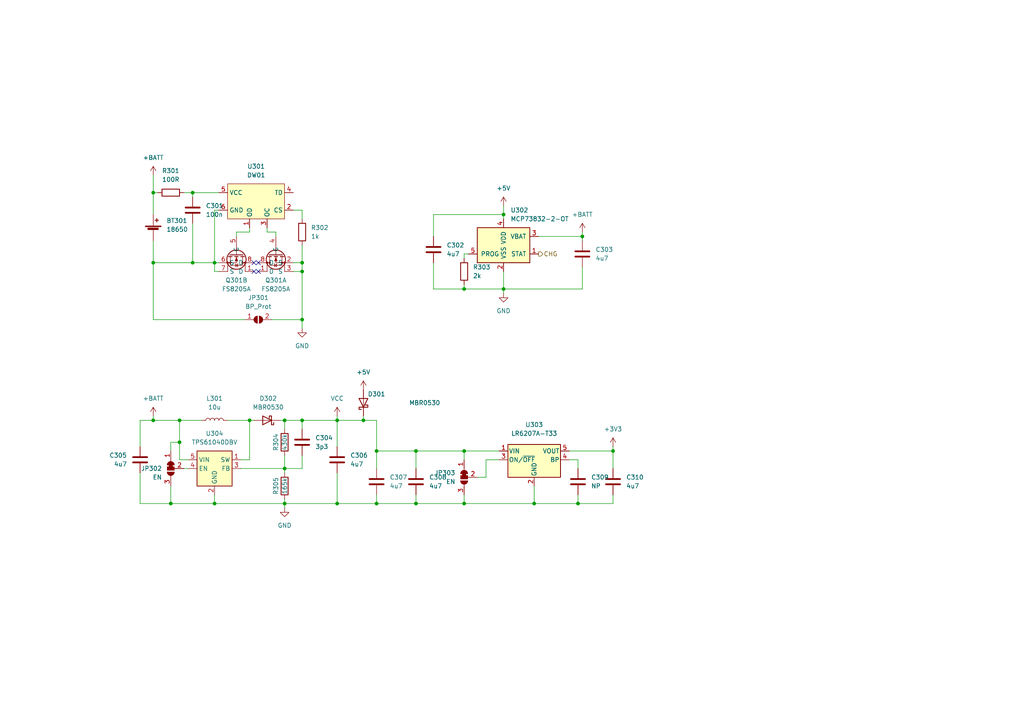
<source format=kicad_sch>
(kicad_sch (version 20211123) (generator eeschema)
  (paper "A4")
  (lib_symbols
    (symbol "Battery_Management:MCP73832-2-OT" (pin_names (offset 1.016))
      (property "Reference" "U" (at -7.62 6.35 0))
      (property "Value" "MCP73832-2-OT" (at 1.27 6.35 0))
      (symbol "MCP73832-2-OT_0_1"
        (rectangle (start -7.62 5.08) (end 7.62 -5.08) (stroke (width 0.254)) (fill (type background)))
      )
      (symbol "MCP73832-2-OT_1_1"
        (pin output line (at 10.16 -2.54 180) (length 2.54) (name "STAT") (number "1"))
        (pin power_in line (at 0 -7.62 90) (length 2.54) (name "VSS") (number "2"))
        (pin power_out line (at 10.16 2.54 180) (length 2.54) (name "VBAT") (number "3"))
        (pin power_in line (at 0 7.62 270) (length 2.54) (name "VDD") (number "4"))
        (pin input line (at -10.16 -2.54 0) (length 2.54) (name "PROG") (number "5"))
      )
    )
    (symbol "DW01:DW01"
      (property "Reference" "U" (at 0 2.54 0))
      (property "Value" "DW01" (at 0 0 0))
      (symbol "DW01_0_1"
        (rectangle (start -8.89 -5.08) (end 7.62 5.08) (fill (type background)))
      )
      (symbol "DW01_1_1"
        (pin passive line (at -2.54 -7.62 90) (length 2.54) (name "OD") (number "1"))
        (pin passive line (at 10.16 -2.54 180) (length 2.54) (name "CS") (number "2"))
        (pin passive line (at 2.54 -7.62 90) (length 2.54) (name "OC") (number "3"))
        (pin passive line (at 10.16 2.54 180) (length 2.54) (name "TD") (number "4"))
        (pin passive line (at -11.43 2.54 0) (length 2.54) (name "VCC") (number "5"))
        (pin passive line (at -11.43 -2.54 0) (length 2.54) (name "GND") (number "6"))
      )
    )
    (symbol "Device:Battery_Cell" (pin_numbers hide) (pin_names (offset 0) hide)
      (property "Reference" "BT" (at 2.54 2.54 0))
      (property "Value" "Battery_Cell" (at 2.54 0 0))
      (symbol "Battery_Cell_0_1"
        (rectangle (start -2.286 1.778) (end 2.286 1.524) (fill (type outline)))
        (rectangle (start -1.5748 1.1938) (end 1.4732 0.6858) (fill (type outline)))
        (polyline (pts (xy 0 0.762) (xy 0 0)))
        (polyline (pts (xy 0 1.778) (xy 0 2.54)))
        (polyline (pts (xy 0.508 3.429) (xy 1.524 3.429)) (stroke (width 0.254)))
        (polyline (pts (xy 1.016 3.937) (xy 1.016 2.921)) (stroke (width 0.254)))
      )
      (symbol "Battery_Cell_1_1"
        (pin passive line (at 0 5.08 270) (length 2.54) (name "+") (number "1"))
        (pin passive line (at 0 -2.54 90) (length 2.54) (name "-") (number "2"))
      )
    )
    (symbol "Device:C" (pin_numbers hide) (pin_names (offset 0.254))
      (property "Reference" "C" (at 0.635 2.54 0))
      (property "Value" "C" (at 0.635 -2.54 0))
      (symbol "C_0_1"
        (polyline (pts (xy -2.032 -0.762) (xy 2.032 -0.762)) (stroke (width 0.508)))
        (polyline (pts (xy -2.032 0.762) (xy 2.032 0.762)) (stroke (width 0.508)))
      )
      (symbol "C_1_1"
        (pin passive line (at 0 3.81 270) (length 2.794) (name "~") (number "1"))
        (pin passive line (at 0 -3.81 90) (length 2.794) (name "~") (number "2"))
      )
    )
    (symbol "Device:D_Schottky" (pin_numbers hide) (pin_names (offset 1.016) hide)
      (property "Reference" "D" (at 0 2.54 0))
      (property "Value" "D_Schottky" (at 0 -2.54 0))
      (symbol "D_Schottky_0_1"
        (polyline (pts (xy 1.27 0) (xy -1.27 0)))
        (polyline (pts (xy 1.27 1.27) (xy 1.27 -1.27) (xy -1.27 0) (xy 1.27 1.27)) (stroke (width 0.254)))
        (polyline (pts (xy -1.905 0.635) (xy -1.905 1.27) (xy -1.27 1.27) (xy -1.27 -1.27) (xy -0.635 -1.27) (xy -0.635 -0.635)) (stroke (width 0.254)))
      )
      (symbol "D_Schottky_1_1"
        (pin passive line (at -3.81 0 0) (length 2.54) (name "K") (number "1"))
        (pin passive line (at 3.81 0 180) (length 2.54) (name "A") (number "2"))
      )
    )
    (symbol "Device:L" (pin_numbers hide) (pin_names (offset 1.016) hide)
      (property "Reference" "L" (at -1.27 0 90))
      (property "Value" "L" (at 1.905 0 90))
      (symbol "L_0_1"
        (arc (start 0 -2.54) (mid 0.635 -1.905) (end 0 -1.27))
        (arc (start 0 -1.27) (mid 0.635 -0.635) (end 0 0))
        (arc (start 0 0) (mid 0.635 0.635) (end 0 1.27))
        (arc (start 0 1.27) (mid 0.635 1.905) (end 0 2.54))
      )
      (symbol "L_1_1"
        (pin passive line (at 0 3.81 270) (length 1.27) (name "1") (number "1"))
        (pin passive line (at 0 -3.81 90) (length 1.27) (name "2") (number "2"))
      )
    )
    (symbol "Device:R" (pin_numbers hide) (pin_names (offset 0))
      (property "Reference" "R" (at 2.032 0 90))
      (property "Value" "R" (at 0 0 90))
      (symbol "R_0_1"
        (rectangle (start -1.016 -2.54) (end 1.016 2.54) (stroke (width 0.254)))
      )
      (symbol "R_1_1"
        (pin passive line (at 0 3.81 270) (length 1.27) (name "~") (number "1"))
        (pin passive line (at 0 -3.81 90) (length 1.27) (name "~") (number "2"))
      )
    )
    (symbol "FS8205A:FS8205A"
      (property "Reference" "Q" (at 5.08 -1.27 0))
      (property "Value" "FS8205A" (at 7.62 1.27 0))
      (symbol "FS8205A_0_1"
        (polyline (pts (xy -1.016 0) (xy -3.81 0)))
        (polyline (pts (xy -1.016 1.905) (xy -1.016 -1.905)) (stroke (width 0.254)))
        (polyline (pts (xy -0.508 -1.27) (xy -0.508 -2.286)) (stroke (width 0.254)))
        (polyline (pts (xy -0.508 0.508) (xy -0.508 -0.508)) (stroke (width 0.254)))
        (polyline (pts (xy -0.508 2.286) (xy -0.508 1.27)) (stroke (width 0.254)))
        (polyline (pts (xy 1.27 2.54) (xy 1.27 1.778)))
        (polyline (pts (xy 3.81 -2.54) (xy 1.27 -2.54)))
        (polyline (pts (xy 3.81 2.54) (xy 1.27 2.54)))
        (polyline (pts (xy 1.27 -2.54) (xy 1.27 0) (xy -0.508 0)))
        (polyline (pts (xy -0.508 -1.778) (xy 2.032 -1.778) (xy 2.032 1.778) (xy -0.508 1.778)))
        (polyline (pts (xy -0.254 0) (xy 0.762 0.381) (xy 0.762 -0.381) (xy -0.254 0)) (fill (type outline)))
        (polyline (pts (xy 1.524 0.508) (xy 1.651 0.381) (xy 2.413 0.381) (xy 2.54 0.254)))
        (polyline (pts (xy 2.032 0.381) (xy 1.651 -0.254) (xy 2.413 -0.254) (xy 2.032 0.381)))
        (circle (center 0.381 0) (radius 2.794) (stroke (width 0.254)))
        (circle (center 1.27 -2.54) (radius 0.254) (fill (type outline)))
        (circle (center 1.27 -1.778) (radius 0.254) (fill (type outline)))
        (circle (center 1.27 1.778) (radius 0.254) (fill (type outline)))
        (circle (center 1.27 2.54) (radius 0.254) (fill (type outline)))
        (pin passive line (at 3.81 5.08 270) (length 2.54) (name "D") (number "1"))
        (pin passive line (at 1.27 5.08 270) (length 2.54) (name "D") (number "8"))
      )
      (symbol "FS8205A_1_1"
        (pin passive line (at 1.27 -5.08 90) (length 2.54) (name "S") (number "2"))
        (pin passive line (at 3.81 -5.08 90) (length 2.54) (name "S") (number "3"))
        (pin input line (at -6.35 0 0) (length 2.54) (name "G") (number "4"))
      )
      (symbol "FS8205A_2_1"
        (pin input line (at -6.35 0 0) (length 2.54) (name "G") (number "5"))
        (pin passive line (at 1.27 -5.08 90) (length 2.54) (name "S") (number "6"))
        (pin passive line (at 3.81 -5.08 90) (length 2.54) (name "S") (number "7"))
      )
    )
    (symbol "FS8205A_1"
      (property "Reference" "Q" (at 5.08 -1.27 0))
      (property "Value" "FS8205A_1" (at 7.62 1.27 0))
      (symbol "FS8205A_1_0_1"
        (polyline (pts (xy -1.016 0) (xy -3.81 0)))
        (polyline (pts (xy -1.016 1.905) (xy -1.016 -1.905)) (stroke (width 0.254)))
        (polyline (pts (xy -0.508 -1.27) (xy -0.508 -2.286)) (stroke (width 0.254)))
        (polyline (pts (xy -0.508 0.508) (xy -0.508 -0.508)) (stroke (width 0.254)))
        (polyline (pts (xy -0.508 2.286) (xy -0.508 1.27)) (stroke (width 0.254)))
        (polyline (pts (xy 1.27 2.54) (xy 1.27 1.778)))
        (polyline (pts (xy 3.81 -2.54) (xy 1.27 -2.54)))
        (polyline (pts (xy 3.81 2.54) (xy 1.27 2.54)))
        (polyline (pts (xy 1.27 -2.54) (xy 1.27 0) (xy -0.508 0)))
        (polyline (pts (xy -0.508 -1.778) (xy 2.032 -1.778) (xy 2.032 1.778) (xy -0.508 1.778)))
        (polyline (pts (xy -0.254 0) (xy 0.762 0.381) (xy 0.762 -0.381) (xy -0.254 0)) (fill (type outline)))
        (polyline (pts (xy 1.524 0.508) (xy 1.651 0.381) (xy 2.413 0.381) (xy 2.54 0.254)))
        (polyline (pts (xy 2.032 0.381) (xy 1.651 -0.254) (xy 2.413 -0.254) (xy 2.032 0.381)))
        (circle (center 0.381 0) (radius 2.794) (stroke (width 0.254)))
        (circle (center 1.27 -2.54) (radius 0.254) (fill (type outline)))
        (circle (center 1.27 -1.778) (radius 0.254) (fill (type outline)))
        (circle (center 1.27 1.778) (radius 0.254) (fill (type outline)))
        (circle (center 1.27 2.54) (radius 0.254) (fill (type outline)))
        (pin passive line (at 3.81 5.08 270) (length 2.54) (name "D") (number "1"))
        (pin passive line (at 1.27 5.08 270) (length 2.54) (name "D") (number "8"))
      )
      (symbol "FS8205A_1_1_1"
        (pin passive line (at 1.27 -5.08 90) (length 2.54) (name "S") (number "2"))
        (pin passive line (at 3.81 -5.08 90) (length 2.54) (name "S") (number "3"))
        (pin input line (at -6.35 0 0) (length 2.54) (name "G") (number "4"))
      )
      (symbol "FS8205A_1_2_1"
        (pin input line (at -6.35 0 0) (length 2.54) (name "G") (number "5"))
        (pin passive line (at 1.27 -5.08 90) (length 2.54) (name "S") (number "6"))
        (pin passive line (at 3.81 -5.08 90) (length 2.54) (name "S") (number "7"))
      )
    )
    (symbol "Jumper:SolderJumper_2_Open" (pin_names (offset 0) hide)
      (property "Reference" "JP" (at 0 2.032 0))
      (property "Value" "SolderJumper_2_Open" (at 0 -2.54 0))
      (symbol "SolderJumper_2_Open_0_1"
        (arc (start -0.254 1.016) (mid -1.27 0) (end -0.254 -1.016))
        (arc (start -0.254 1.016) (mid -1.27 0) (end -0.254 -1.016) (fill (type outline)))
        (polyline (pts (xy -0.254 1.016) (xy -0.254 -1.016)))
        (polyline (pts (xy 0.254 1.016) (xy 0.254 -1.016)))
        (arc (start 0.254 -1.016) (mid 1.27 0) (end 0.254 1.016))
        (arc (start 0.254 -1.016) (mid 1.27 0) (end 0.254 1.016) (fill (type outline)))
      )
      (symbol "SolderJumper_2_Open_1_1"
        (pin passive line (at -3.81 0 0) (length 2.54) (name "A") (number "1"))
        (pin passive line (at 3.81 0 180) (length 2.54) (name "B") (number "2"))
      )
    )
    (symbol "Jumper:SolderJumper_3_Bridged12" (pin_names (offset 0) hide)
      (property "Reference" "JP" (at -2.54 -2.54 0))
      (property "Value" "SolderJumper_3_Bridged12" (at 0 2.794 0))
      (symbol "SolderJumper_3_Bridged12_0_1"
        (rectangle (start -1.016 0.508) (end -0.508 -0.508) (fill (type outline)))
        (arc (start -1.016 1.016) (mid -2.032 0) (end -1.016 -1.016))
        (arc (start -1.016 1.016) (mid -2.032 0) (end -1.016 -1.016) (fill (type outline)))
        (rectangle (start -0.508 1.016) (end 0.508 -1.016) (fill (type outline)))
        (polyline (pts (xy -2.54 0) (xy -2.032 0)))
        (polyline (pts (xy -1.016 1.016) (xy -1.016 -1.016)))
        (polyline (pts (xy 0 -1.27) (xy 0 -1.016)))
        (polyline (pts (xy 1.016 1.016) (xy 1.016 -1.016)))
        (polyline (pts (xy 2.54 0) (xy 2.032 0)))
        (arc (start 1.016 -1.016) (mid 2.032 0) (end 1.016 1.016))
        (arc (start 1.016 -1.016) (mid 2.032 0) (end 1.016 1.016) (fill (type outline)))
      )
      (symbol "SolderJumper_3_Bridged12_1_1"
        (pin passive line (at -5.08 0 0) (length 2.54) (name "A") (number "1"))
        (pin passive line (at 0 -3.81 90) (length 2.54) (name "C") (number "2"))
        (pin passive line (at 5.08 0 180) (length 2.54) (name "B") (number "3"))
      )
    )
    (symbol "Regulator_Linear:LP2985-3.3" (pin_names (offset 0.254))
      (property "Reference" "U" (at -6.35 5.715 0))
      (property "Value" "LP2985-3.3" (at 0 5.715 0))
      (symbol "LP2985-3.3_0_1"
        (rectangle (start -7.62 -5.08) (end 7.62 4.445) (stroke (width 0.254)) (fill (type background)))
      )
      (symbol "LP2985-3.3_1_1"
        (pin power_in line (at -10.16 2.54 0) (length 2.54) (name "VIN") (number "1"))
        (pin power_in line (at 0 -7.62 90) (length 2.54) (name "GND") (number "2"))
        (pin input line (at -10.16 0 0) (length 2.54) (name "ON/~{OFF}") (number "3"))
        (pin input line (at 10.16 0 180) (length 2.54) (name "BP") (number "4"))
        (pin power_out line (at 10.16 2.54 180) (length 2.54) (name "VOUT") (number "5"))
      )
    )
    (symbol "Regulator_Switching:TPS61040DBV"
      (property "Reference" "U" (at -5.08 6.35 0))
      (property "Value" "TPS61040DBV" (at 0 6.35 0))
      (symbol "TPS61040DBV_0_1"
        (rectangle (start -5.08 5.08) (end 5.08 -5.08) (stroke (width 0.254)) (fill (type background)))
      )
      (symbol "TPS61040DBV_1_1"
        (pin power_out line (at 7.62 2.54 180) (length 2.54) (name "SW") (number "1"))
        (pin power_in line (at 0 -7.62 90) (length 2.54) (name "GND") (number "2"))
        (pin input line (at 7.62 0 180) (length 2.54) (name "FB") (number "3"))
        (pin input line (at -7.62 0 0) (length 2.54) (name "EN") (number "4"))
        (pin power_in line (at -7.62 2.54 0) (length 2.54) (name "VIN") (number "5"))
      )
    )
    (symbol "power:+3V3" (power) (pin_names (offset 0))
      (property "Value" "+3V3" (at 0 3.556 0))
      (symbol "+3V3_0_1"
        (polyline (pts (xy -0.762 1.27) (xy 0 2.54)))
        (polyline (pts (xy 0 0) (xy 0 2.54)))
        (polyline (pts (xy 0 2.54) (xy 0.762 1.27)))
      )
      (symbol "+3V3_1_1"
        (pin power_in line (at 0 0 90) (length 0) hide (name "+3V3") (number "1"))
      )
    )
    (symbol "power:+5V" (power) (pin_names (offset 0))
      (property "Value" "+5V" (at 0 3.556 0))
      (symbol "+5V_0_1"
        (polyline (pts (xy -0.762 1.27) (xy 0 2.54)))
        (polyline (pts (xy 0 0) (xy 0 2.54)))
        (polyline (pts (xy 0 2.54) (xy 0.762 1.27)))
      )
      (symbol "+5V_1_1"
        (pin power_in line (at 0 0 90) (length 0) hide (name "+5V") (number "1"))
      )
    )
    (symbol "power:+BATT" (power) (pin_names (offset 0))
      (property "Value" "+BATT" (at 0 3.556 0))
      (symbol "+BATT_0_1"
        (polyline (pts (xy -0.762 1.27) (xy 0 2.54)))
        (polyline (pts (xy 0 0) (xy 0 2.54)))
        (polyline (pts (xy 0 2.54) (xy 0.762 1.27)))
      )
      (symbol "+BATT_1_1"
        (pin power_in line (at 0 0 90) (length 0) hide (name "+BATT") (number "1"))
      )
    )
    (symbol "power:GND" (power) (pin_names (offset 0))
      (property "Value" "GND" (at 0 -3.81 0))
      (symbol "GND_0_1"
        (polyline (pts (xy 0 0) (xy 0 -1.27) (xy 1.27 -1.27) (xy 0 -2.54) (xy -1.27 -1.27) (xy 0 -1.27)))
      )
      (symbol "GND_1_1"
        (pin power_in line (at 0 0 270) (length 0) hide (name "GND") (number "1"))
      )
    )
    (symbol "power:VCC" (power) (pin_names (offset 0))
      (property "Value" "VCC" (at 0 3.81 0))
      (symbol "VCC_0_1"
        (polyline (pts (xy -0.762 1.27) (xy 0 2.54)))
        (polyline (pts (xy 0 0) (xy 0 2.54)))
        (polyline (pts (xy 0 2.54) (xy 0.762 1.27)))
      )
      (symbol "VCC_1_1"
        (pin power_in line (at 0 0 90) (length 0) hide (name "VCC") (number "1"))
      )
    )
  )
  (junction (at 82.55 146.05))
  (junction (at 44.45 121.92))
  (junction (at 134.62 83.82))
  (junction (at 52.07 128.27))
  (junction (at 72.39 121.92))
  (junction (at 97.79 121.92))
  (junction (at 167.64 146.05))
  (junction (at 55.88 76.2))
  (junction (at 62.23 146.05))
  (junction (at 146.05 83.82))
  (junction (at 97.79 146.05))
  (junction (at 146.05 62.23))
  (junction (at 87.63 78.74))
  (junction (at 49.53 146.05))
  (junction (at 109.22 130.81))
  (junction (at 62.23 76.2))
  (junction (at 177.8 130.81))
  (junction (at 52.07 121.92))
  (junction (at 87.63 76.2))
  (junction (at 44.45 55.88))
  (junction (at 109.22 146.05))
  (junction (at 168.91 68.58))
  (junction (at 87.63 92.71))
  (junction (at 120.65 146.05))
  (junction (at 55.88 55.88))
  (junction (at 134.62 146.05))
  (junction (at 82.55 121.92))
  (junction (at 87.63 121.92))
  (junction (at 44.45 76.2))
  (junction (at 134.62 130.81))
  (junction (at 120.65 130.81))
  (junction (at 82.55 135.89))
  (junction (at 105.41 121.92))
  (junction (at 154.94 146.05))
  (no_connect (at 73.66 78.74))
  (no_connect (at 74.93 78.74))
  (no_connect (at 74.93 76.2))
  (no_connect (at 73.66 76.2))
  (wire (pts (xy 109.22 130.81) (xy 109.22 135.89)))
  (wire (pts (xy 87.63 121.92) (xy 97.79 121.92)))
  (wire (pts (xy 97.79 146.05) (xy 82.55 146.05)))
  (wire (pts (xy 97.79 121.92) (xy 105.41 121.92)))
  (wire (pts (xy 66.04 121.92) (xy 72.39 121.92)))
  (wire (pts (xy 52.07 128.27) (xy 52.07 133.35)))
  (wire (pts (xy 154.94 140.97) (xy 154.94 146.05)))
  (wire (pts (xy 134.62 82.55) (xy 134.62 83.82)))
  (wire (pts (xy 87.63 78.74) (xy 87.63 76.2)))
  (wire (pts (xy 62.23 76.2) (xy 63.5 76.2)))
  (wire (pts (xy 58.42 121.92) (xy 52.07 121.92)))
  (wire (pts (xy 87.63 121.92) (xy 87.63 124.46)))
  (wire (pts (xy 134.62 146.05) (xy 154.94 146.05)))
  (wire (pts (xy 77.47 66.04) (xy 77.47 67.31)))
  (wire (pts (xy 77.47 67.31) (xy 80.01 67.31)))
  (wire (pts (xy 44.45 76.2) (xy 55.88 76.2)))
  (wire (pts (xy 81.28 121.92) (xy 82.55 121.92)))
  (wire (pts (xy 80.01 67.31) (xy 80.01 68.58)))
  (wire (pts (xy 87.63 76.2) (xy 87.63 71.12)))
  (wire (pts (xy 97.79 137.16) (xy 97.79 146.05)))
  (wire (pts (xy 97.79 120.65) (xy 97.79 121.92)))
  (wire (pts (xy 134.62 83.82) (xy 125.73 83.82)))
  (wire (pts (xy 85.09 60.96) (xy 87.63 60.96)))
  (wire (pts (xy 52.07 121.92) (xy 44.45 121.92)))
  (wire (pts (xy 52.07 121.92) (xy 52.07 128.27)))
  (wire (pts (xy 69.85 133.35) (xy 72.39 133.35)))
  (wire (pts (xy 52.07 133.35) (xy 54.61 133.35)))
  (wire (pts (xy 72.39 121.92) (xy 73.66 121.92)))
  (wire (pts (xy 62.23 146.05) (xy 82.55 146.05)))
  (wire (pts (xy 49.53 128.27) (xy 49.53 130.81)))
  (wire (pts (xy 49.53 140.97) (xy 49.53 146.05)))
  (wire (pts (xy 53.34 55.88) (xy 55.88 55.88)))
  (wire (pts (xy 82.55 132.08) (xy 82.55 135.89)))
  (wire (pts (xy 97.79 146.05) (xy 109.22 146.05)))
  (wire (pts (xy 120.65 130.81) (xy 134.62 130.81)))
  (wire (pts (xy 44.45 50.8) (xy 44.45 55.88)))
  (wire (pts (xy 165.1 133.35) (xy 167.64 133.35)))
  (wire (pts (xy 55.88 55.88) (xy 55.88 57.15)))
  (wire (pts (xy 45.72 55.88) (xy 44.45 55.88)))
  (wire (pts (xy 156.21 68.58) (xy 168.91 68.58)))
  (wire (pts (xy 109.22 143.51) (xy 109.22 146.05)))
  (wire (pts (xy 120.65 146.05) (xy 134.62 146.05)))
  (wire (pts (xy 87.63 78.74) (xy 87.63 92.71)))
  (wire (pts (xy 135.89 73.66) (xy 134.62 73.66)))
  (wire (pts (xy 82.55 135.89) (xy 82.55 137.16)))
  (wire (pts (xy 82.55 121.92) (xy 82.55 124.46)))
  (wire (pts (xy 109.22 121.92) (xy 109.22 130.81)))
  (wire (pts (xy 62.23 78.74) (xy 62.23 76.2)))
  (wire (pts (xy 120.65 130.81) (xy 120.65 135.89)))
  (wire (pts (xy 55.88 55.88) (xy 63.5 55.88)))
  (wire (pts (xy 40.64 121.92) (xy 44.45 121.92)))
  (wire (pts (xy 62.23 146.05) (xy 62.23 143.51)))
  (wire (pts (xy 72.39 121.92) (xy 72.39 133.35)))
  (wire (pts (xy 168.91 68.58) (xy 168.91 69.85)))
  (wire (pts (xy 44.45 55.88) (xy 44.45 62.23)))
  (wire (pts (xy 85.09 76.2) (xy 87.63 76.2)))
  (wire (pts (xy 154.94 146.05) (xy 167.64 146.05)))
  (wire (pts (xy 146.05 59.69) (xy 146.05 62.23)))
  (wire (pts (xy 62.23 78.74) (xy 63.5 78.74)))
  (wire (pts (xy 97.79 121.92) (xy 97.79 129.54)))
  (wire (pts (xy 62.23 60.96) (xy 62.23 76.2)))
  (wire (pts (xy 53.34 135.89) (xy 54.61 135.89)))
  (wire (pts (xy 63.5 60.96) (xy 62.23 60.96)))
  (wire (pts (xy 82.55 121.92) (xy 87.63 121.92)))
  (wire (pts (xy 82.55 146.05) (xy 82.55 147.32)))
  (wire (pts (xy 44.45 92.71) (xy 44.45 76.2)))
  (wire (pts (xy 109.22 130.81) (xy 120.65 130.81)))
  (wire (pts (xy 69.85 135.89) (xy 82.55 135.89)))
  (wire (pts (xy 68.58 68.58) (xy 68.58 67.31)))
  (wire (pts (xy 87.63 60.96) (xy 87.63 63.5)))
  (wire (pts (xy 71.12 92.71) (xy 44.45 92.71)))
  (wire (pts (xy 44.45 69.85) (xy 44.45 76.2)))
  (wire (pts (xy 146.05 83.82) (xy 168.91 83.82)))
  (wire (pts (xy 49.53 128.27) (xy 52.07 128.27)))
  (wire (pts (xy 134.62 143.51) (xy 134.62 146.05)))
  (wire (pts (xy 125.73 83.82) (xy 125.73 76.2)))
  (wire (pts (xy 55.88 76.2) (xy 62.23 76.2)))
  (wire (pts (xy 167.64 143.51) (xy 167.64 146.05)))
  (wire (pts (xy 120.65 143.51) (xy 120.65 146.05)))
  (wire (pts (xy 55.88 64.77) (xy 55.88 76.2)))
  (wire (pts (xy 125.73 62.23) (xy 146.05 62.23)))
  (wire (pts (xy 49.53 146.05) (xy 62.23 146.05)))
  (wire (pts (xy 44.45 121.92) (xy 44.45 120.65)))
  (wire (pts (xy 144.78 133.35) (xy 140.97 133.35)))
  (wire (pts (xy 87.63 132.08) (xy 87.63 135.89)))
  (wire (pts (xy 134.62 83.82) (xy 146.05 83.82)))
  (wire (pts (xy 85.09 78.74) (xy 87.63 78.74)))
  (wire (pts (xy 177.8 146.05) (xy 177.8 143.51)))
  (wire (pts (xy 177.8 130.81) (xy 177.8 135.89)))
  (wire (pts (xy 87.63 92.71) (xy 87.63 95.25)))
  (wire (pts (xy 177.8 129.54) (xy 177.8 130.81)))
  (wire (pts (xy 140.97 133.35) (xy 140.97 138.43)))
  (wire (pts (xy 68.58 67.31) (xy 72.39 67.31)))
  (wire (pts (xy 109.22 146.05) (xy 120.65 146.05)))
  (wire (pts (xy 105.41 120.65) (xy 105.41 121.92)))
  (wire (pts (xy 134.62 73.66) (xy 134.62 74.93)))
  (wire (pts (xy 144.78 130.81) (xy 134.62 130.81)))
  (wire (pts (xy 82.55 144.78) (xy 82.55 146.05)))
  (wire (pts (xy 40.64 137.16) (xy 40.64 146.05)))
  (wire (pts (xy 72.39 67.31) (xy 72.39 66.04)))
  (wire (pts (xy 146.05 83.82) (xy 146.05 85.09)))
  (wire (pts (xy 168.91 83.82) (xy 168.91 77.47)))
  (wire (pts (xy 146.05 62.23) (xy 146.05 63.5)))
  (wire (pts (xy 167.64 133.35) (xy 167.64 135.89)))
  (wire (pts (xy 78.74 92.71) (xy 87.63 92.71)))
  (wire (pts (xy 87.63 135.89) (xy 82.55 135.89)))
  (wire (pts (xy 167.64 146.05) (xy 177.8 146.05)))
  (wire (pts (xy 140.97 138.43) (xy 138.43 138.43)))
  (wire (pts (xy 105.41 121.92) (xy 109.22 121.92)))
  (wire (pts (xy 146.05 78.74) (xy 146.05 83.82)))
  (wire (pts (xy 40.64 121.92) (xy 40.64 129.54)))
  (wire (pts (xy 134.62 130.81) (xy 134.62 133.35)))
  (wire (pts (xy 165.1 130.81) (xy 177.8 130.81)))
  (wire (pts (xy 125.73 68.58) (xy 125.73 62.23)))
  (wire (pts (xy 40.64 146.05) (xy 49.53 146.05)))
  (wire (pts (xy 168.91 67.31) (xy 168.91 68.58)))
  (hierarchical_label "CHG" (shape output) (at 156.21 73.66 0))
  (symbol (lib_id "Device:D_Schottky") (at 77.47 121.92 180) (unit 1)
    (property "Reference" "D302" (at 77.7875 115.57 0))
    (property "Value" "MBR0530" (at 77.7875 118.11 0))
    (property "Footprint" "Diode_SMD:D_SOD-123" (effects hide))
    (property "Link" "https://www.lcsc.com/product-detail/Schottky-Barrier-Diodes-SBD_Shikues-MBR0530_C475718.html" (effects hide))
  )
  (symbol (lib_id "power:+BATT") (at 168.91 67.31 0) (unit 1)
    (property "Reference" "#PWR0303" (effects hide))
    (property "Value" "+BATT" (at 168.91 62.23 0))
  )
  (symbol (lib_id "Device:D_Schottky") (at 105.41 116.84 90) (unit 1)
    (property "Reference" "D301" (at 109.22 114.3 90))
    (property "Value" "MBR0530" (at 123.19 116.84 90))
    (property "Footprint" "Diode_SMD:D_SOD-123" (effects hide))
    (property "Link" "https://www.lcsc.com/product-detail/Schottky-Barrier-Diodes-SBD_Shikues-MBR0530_C475718.html" (effects hide))
  )
  (symbol (lib_id "power:+5V") (at 105.41 113.03 0) (unit 1)
    (property "Reference" "#PWR0306" (effects hide))
    (property "Value" "+5V" (at 105.41 107.95 0))
  )
  (symbol (lib_id "power:+3V3") (at 177.8 129.54 0) (unit 1)
    (property "Reference" "#PWR0309" (effects hide))
    (property "Value" "+3V3" (at 177.8 124.46 0))
  )
  (symbol (lib_id "Device:C") (at 167.64 139.7 0) (unit 1)
    (property "Reference" "C309" (at 171.45 138.4299 0) (effects (justify left)))
    (property "Value" "NP" (at 171.45 140.9699 0) (effects (justify left)))
    (property "Footprint" "Capacitor_SMD:C_0603_1608Metric" (effects hide))
    (property "Comments" "Mount apropriate value if LDO requires BP capacitor" (effects hide))
  )
  (symbol (lib_id "Regulator_Linear:LP2985-3.3") (at 154.94 133.35 0) (unit 1)
    (property "Reference" "U303" (at 154.94 123.19 0))
    (property "Value" "LR6207A-T33" (at 154.94 125.73 0))
    (property "Footprint" "Package_TO_SOT_SMD:SOT-23-5" (effects hide))
    (property "Datasheet" "http://www.ti.com/lit/ds/symlink/lp2985.pdf" (effects hide))
    (property "Comments" "(or almost any other SOT23-5 LDO with low Iq)" (effects hide))
    (property "Link" "https://www.lcsc.com/product-detail/Linear-Voltage-Regulators-LDO_LR-LR6207A-T33_C5260329.html" (effects hide))
  )
  (symbol (lib_name "FS8205A_1") (lib_id "FS8205A:FS8205A") (at 68.58 74.93 270) (unit 2)
    (property "Reference" "Q301" (at 68.58 81.28 90))
    (property "Value" "FS8205A" (at 68.58 83.82 90))
    (property "Footprint" "Package_SO:TSSOP-8_4.4x3mm_P0.65mm" (effects hide))
    (property "Link" "https://www.lcsc.com/product-detail/MOSFETs_Fortune-Semicon-FS8205A_C16052.html" (effects hide))
  )
  (symbol (lib_id "Jumper:SolderJumper_3_Bridged12") (at 49.53 135.89 90) (mirror x) (unit 1)
    (property "Reference" "JP302" (at 46.99 135.89 90) (effects (justify left)))
    (property "Value" "EN" (at 46.99 138.43 90) (effects (justify left)))
    (property "Footprint" "Jumper:SolderJumper-3_P1.3mm_Bridged12_RoundedPad1.0x1.5mm" (effects hide))
  )
  (symbol (lib_id "power:GND") (at 87.63 95.25 0) (unit 1)
    (property "Reference" "#PWR0305" (effects hide))
    (property "Value" "GND" (at 87.63 100.33 0))
  )
  (symbol (lib_id "Device:R") (at 134.62 78.74 0) (unit 1)
    (property "Reference" "R303" (at 137.16 77.4699 0) (effects (justify left)))
    (property "Value" "2k" (at 137.16 80.0099 0) (effects (justify left)))
    (property "Footprint" "Resistor_SMD:R_0603_1608Metric" (effects hide))
  )
  (symbol (lib_id "Jumper:SolderJumper_2_Open") (at 74.93 92.71 0) (unit 1)
    (property "Reference" "JP301" (at 74.93 86.36 0))
    (property "Value" "BP_Prot" (at 74.93 88.9 0))
    (property "Footprint" "Jumper:SolderJumper-2_P1.3mm_Open_RoundedPad1.0x1.5mm" (effects hide))
    (property "Comments" "Bypass Protection circuitry (If internally protected cell is used)" (effects hide))
  )
  (symbol (lib_id "DW01:DW01") (at 74.93 58.42 0) (unit 1)
    (property "Reference" "U301" (at 74.295 48.26 0))
    (property "Value" "DW01" (at 74.295 50.8 0))
    (property "Footprint" "Package_TO_SOT_SMD:SOT-23-6_Handsoldering" (effects hide))
    (property "Link" "https://www.lcsc.com/product-detail/Battery-Management-ICs_PJSEMI-DW01_C686633.html" (effects hide))
  )
  (symbol (lib_id "power:VCC") (at 97.79 120.65 0) (unit 1)
    (property "Reference" "#PWR0308" (effects hide))
    (property "Value" "VCC" (at 97.79 115.57 0))
  )
  (symbol (lib_id "Regulator_Switching:TPS61040DBV") (at 62.23 135.89 0) (unit 1)
    (property "Reference" "U304" (at 62.23 125.73 0))
    (property "Value" "TPS61040DBV" (at 62.23 128.27 0))
    (property "Footprint" "Package_TO_SOT_SMD:SOT-23-5" (effects hide))
    (property "Datasheet" "http://www.ti.com/lit/ds/symlink/tps61040.pdf" (effects hide))
    (property "Comments" "footprint fits alot of SOT23-5 DC/DCs" (effects hide))
    (property "Link" "https://www.lcsc.com/product-detail/DC-DC-Converters_Texas-Instruments-TPS61040DBVR_C7722.html" (effects hide))
  )
  (symbol (lib_id "Jumper:SolderJumper_3_Bridged12") (at 134.62 138.43 90) (mirror x) (unit 1)
    (property "Reference" "JP303" (at 132.08 137.1599 90) (effects (justify left)))
    (property "Value" "EN" (at 132.08 139.6999 90) (effects (justify left)))
    (property "Footprint" "Jumper:SolderJumper-3_P1.3mm_Bridged12_RoundedPad1.0x1.5mm" (effects hide))
    (property "Comments" "(cut&change to fit selected LDO)" (effects hide))
  )
  (symbol (lib_id "Device:C") (at 177.8 139.7 0) (unit 1)
    (property "Reference" "C310" (at 181.61 138.4299 0) (effects (justify left)))
    (property "Value" "4u7" (at 181.61 140.9699 0) (effects (justify left)))
    (property "Footprint" "Capacitor_SMD:C_0805_2012Metric" (effects hide))
    (property "Link" "https://www.lcsc.com/product-detail/Multilayer-Ceramic-Capacitors-MLCC-SMD-SMT_Samsung-Electro-Mechanics-CL21A475KAQNNNE_C1779.html" (effects hide))
  )
  (symbol (lib_id "Device:C") (at 97.79 133.35 0) (unit 1)
    (property "Reference" "C306" (at 101.6 132.0799 0) (effects (justify left)))
    (property "Value" "4u7" (at 101.6 134.6199 0) (effects (justify left)))
    (property "Footprint" "Capacitor_SMD:C_0805_2012Metric" (effects hide))
    (property "Link" "https://www.lcsc.com/product-detail/Multilayer-Ceramic-Capacitors-MLCC-SMD-SMT_Samsung-Electro-Mechanics-CL21A475KAQNNNE_C1779.html" (effects hide))
  )
  (symbol (lib_id "Device:C") (at 87.63 128.27 0) (unit 1)
    (property "Reference" "C304" (at 91.44 126.9999 0) (effects (justify left)))
    (property "Value" "3p3" (at 91.44 129.5399 0) (effects (justify left)))
    (property "Footprint" "Capacitor_SMD:C_0603_1608Metric" (effects hide))
    (property "Link" "https://www.lcsc.com/product-detail/Multilayer-Ceramic-Capacitors-MLCC-SMD-SMT_PSA-Prosperity-Dielectrics-FN18N3R3B500PSG_C565613.html" (effects hide))
  )
  (symbol (lib_id "Device:R") (at 82.55 140.97 180) (unit 1)
    (property "Reference" "R305" (at 80.01 140.97 90))
    (property "Value" "165k" (at 82.55 140.97 90))
    (property "Footprint" "Resistor_SMD:R_0603_1608Metric" (effects hide))
    (property "Comments" "Adjust R404/R405 based on Vfb for ~4.5V Vcc" (effects hide))
    (property "Link" "https://www.lcsc.com/product-detail/Chip-Resistor-Surface-Mount_FOJAN-FRC0603F1653TS_C2933156.html" (effects hide))
  )
  (symbol (lib_id "Device:C") (at 40.64 133.35 0) (mirror x) (unit 1)
    (property "Reference" "C305" (at 36.83 132.0799 0) (effects (justify right)))
    (property "Value" "4u7" (at 36.83 134.6199 0) (effects (justify right)))
    (property "Footprint" "Capacitor_SMD:C_0805_2012Metric" (effects hide))
    (property "Link" "https://www.lcsc.com/product-detail/Multilayer-Ceramic-Capacitors-MLCC-SMD-SMT_Samsung-Electro-Mechanics-CL21A475KAQNNNE_C1779.html" (effects hide))
  )
  (symbol (lib_id "Device:R") (at 49.53 55.88 90) (unit 1)
    (property "Reference" "R301" (at 49.53 49.53 90))
    (property "Value" "100R" (at 49.53 52.07 90))
    (property "Footprint" "Resistor_SMD:R_0603_1608Metric" (effects hide))
  )
  (symbol (lib_id "Device:R") (at 87.63 67.31 180) (unit 1)
    (property "Reference" "R302" (at 90.17 66.0399 0) (effects (justify right)))
    (property "Value" "1k" (at 90.17 68.5799 0) (effects (justify right)))
    (property "Footprint" "Resistor_SMD:R_0603_1608Metric" (effects hide))
  )
  (symbol (lib_id "Device:Battery_Cell") (at 44.45 67.31 0) (unit 1)
    (property "Reference" "BT301" (at 48.26 64.0079 0) (effects (justify left)))
    (property "Value" "18650" (at 48.26 66.5479 0) (effects (justify left)))
    (property "Footprint" "keystone_54:Keystone_54_18650" (effects hide))
    (property "Comments" "Use 2x Keystone 54 clips to mount Cell" (effects hide))
    (property "Link" "(https://www.conrad.de/de/p/keystone-electronics-54-einzelkontakt-1x-2-3-a-cr-123-17335-17450-17500-17650-18500-18650-loetanschluss-l-x-b-x-h-651325.html)" (effects hide))
  )
  (symbol (lib_id "Battery_Management:MCP73832-2-OT") (at 146.05 71.12 0) (unit 1)
    (property "Reference" "U302" (at 148.0694 60.96 0) (effects (justify left)))
    (property "Value" "MCP73832-2-OT" (at 148.0694 63.5 0) (effects (justify left)))
    (property "Footprint" "Package_TO_SOT_SMD:SOT-23-5" (effects hide))
    (property "Datasheet" "http://ww1.microchip.com/downloads/en/DeviceDoc/20001984g.pdf" (effects hide))
    (property "Link" "https://www.lcsc.com/product-detail/Battery-Management-ICs_Microchip-Tech-MCP73832T-2ACI-OT_C38066.html" (effects hide))
  )
  (symbol (lib_id "Device:C") (at 168.91 73.66 0) (unit 1)
    (property "Reference" "C303" (at 172.72 72.3899 0) (effects (justify left)))
    (property "Value" "4u7" (at 172.72 74.9299 0) (effects (justify left)))
    (property "Footprint" "Capacitor_SMD:C_0805_2012Metric" (effects hide))
    (property "Link" "https://www.lcsc.com/product-detail/Multilayer-Ceramic-Capacitors-MLCC-SMD-SMT_Samsung-Electro-Mechanics-CL21A475KAQNNNE_C1779.html" (effects hide))
  )
  (symbol (lib_id "Device:C") (at 55.88 60.96 0) (unit 1)
    (property "Reference" "C301" (at 59.69 59.6899 0) (effects (justify left)))
    (property "Value" "100n" (at 59.69 62.2299 0) (effects (justify left)))
    (property "Footprint" "Capacitor_SMD:C_0603_1608Metric" (effects hide))
    (property "Link" "https://www.lcsc.com/product-detail/Multilayer-Ceramic-Capacitors-MLCC-SMD-SMT_FH-Guangdong-Fenghua-Advanced-Tech-0603B104K500NT_C30926.html" (effects hide))
  )
  (symbol (lib_id "Device:C") (at 120.65 139.7 0) (unit 1)
    (property "Reference" "C308" (at 124.46 138.43 0) (effects (justify left)))
    (property "Value" "4u7" (at 124.46 140.97 0) (effects (justify left)))
    (property "Footprint" "Capacitor_SMD:C_0805_2012Metric" (effects hide))
    (property "Link" "https://www.lcsc.com/product-detail/Multilayer-Ceramic-Capacitors-MLCC-SMD-SMT_Samsung-Electro-Mechanics-CL21A475KAQNNNE_C1779.html" (effects hide))
  )
  (symbol (lib_id "FS8205A:FS8205A") (at 80.01 74.93 90) (mirror x) (unit 1)
    (property "Reference" "Q301" (at 80.01 81.28 90))
    (property "Value" "FS8205A" (at 80.01 83.82 90))
    (property "Footprint" "Package_SO:TSSOP-8_4.4x3mm_P0.65mm" (effects hide))
    (property "Link" "https://www.lcsc.com/product-detail/MOSFETs_Fortune-Semicon-FS8205A_C16052.html" (effects hide))
  )
  (symbol (lib_id "Device:C") (at 125.73 72.39 0) (unit 1)
    (property "Reference" "C302" (at 129.54 71.1199 0) (effects (justify left)))
    (property "Value" "4u7" (at 129.54 73.6599 0) (effects (justify left)))
    (property "Footprint" "Capacitor_SMD:C_0805_2012Metric" (effects hide))
    (property "Link" "https://www.lcsc.com/product-detail/Multilayer-Ceramic-Capacitors-MLCC-SMD-SMT_Samsung-Electro-Mechanics-CL21A475KAQNNNE_C1779.html" (effects hide))
  )
  (symbol (lib_id "power:+BATT") (at 44.45 50.8 0) (unit 1)
    (property "Reference" "#PWR0301" (effects hide))
    (property "Value" "+BATT" (at 44.45 45.72 0))
  )
  (symbol (lib_id "power:GND") (at 146.05 85.09 0) (unit 1)
    (property "Reference" "#PWR0304" (effects hide))
    (property "Value" "GND" (at 146.05 90.17 0))
  )
  (symbol (lib_id "Device:C") (at 109.22 139.7 0) (unit 1)
    (property "Reference" "C307" (at 113.03 138.43 0) (effects (justify left)))
    (property "Value" "4u7" (at 113.03 140.97 0) (effects (justify left)))
    (property "Footprint" "Capacitor_SMD:C_0805_2012Metric" (effects hide))
    (property "Link" "https://www.lcsc.com/product-detail/Multilayer-Ceramic-Capacitors-MLCC-SMD-SMT_Samsung-Electro-Mechanics-CL21A475KAQNNNE_C1779.html" (effects hide))
  )
  (symbol (lib_id "Device:L") (at 62.23 121.92 90) (unit 1)
    (property "Reference" "L301" (at 62.23 115.57 90))
    (property "Value" "10u" (at 62.23 118.11 90))
    (property "Footprint" "Inductor_SMD:L_Wuerth_MAPI-3015" (effects hide))
    (property "Link" "https://www.lcsc.com/product-detail/Power-Inductors_Sunlord-SWPA3015S100MT_C45403.html" (effects hide))
  )
  (symbol (lib_id "power:+BATT") (at 44.45 120.65 0) (unit 1)
    (property "Reference" "#PWR0307" (effects hide))
    (property "Value" "+BATT" (at 44.45 115.57 0))
  )
  (symbol (lib_id "power:+5V") (at 146.05 59.69 0) (unit 1)
    (property "Reference" "#PWR0302" (effects hide))
    (property "Value" "+5V" (at 146.05 54.61 0))
  )
  (symbol (lib_id "Device:R") (at 82.55 128.27 180) (unit 1)
    (property "Reference" "R304" (at 80.01 128.27 90))
    (property "Value" "430k" (at 82.55 128.27 90))
    (property "Footprint" "Resistor_SMD:R_0603_1608Metric" (effects hide))
    (property "Comments" "Adjust R404/R405 based on Vfb for ~4.5V Vcc" (effects hide))
    (property "Link" "https://www.lcsc.com/product-detail/Chip-Resistor-Surface-Mount_VO-SCR0603J430K_C3017679.html" (effects hide))
  )
  (symbol (lib_id "power:GND") (at 82.55 147.32 0) (unit 1)
    (property "Reference" "#PWR0310" (effects hide))
    (property "Value" "GND" (at 82.55 152.4 0))
  )
)
</source>
